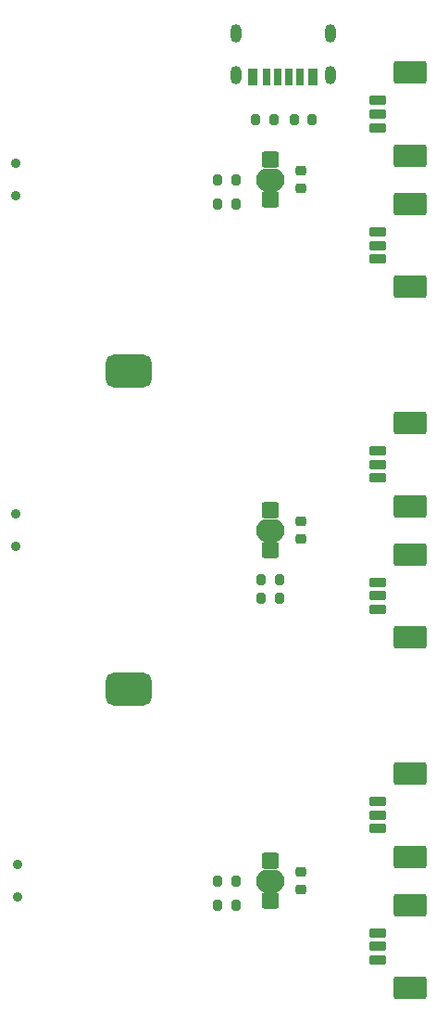
<source format=gbr>
%TF.GenerationSoftware,KiCad,Pcbnew,7.0.8*%
%TF.CreationDate,2024-03-13T10:59:52-04:00*%
%TF.ProjectId,INPUT,494e5055-542e-46b6-9963-61645f706362,rev?*%
%TF.SameCoordinates,Original*%
%TF.FileFunction,Soldermask,Top*%
%TF.FilePolarity,Negative*%
%FSLAX46Y46*%
G04 Gerber Fmt 4.6, Leading zero omitted, Abs format (unit mm)*
G04 Created by KiCad (PCBNEW 7.0.8) date 2024-03-13 10:59:52*
%MOMM*%
%LPD*%
G01*
G04 APERTURE LIST*
G04 Aperture macros list*
%AMRoundRect*
0 Rectangle with rounded corners*
0 $1 Rounding radius*
0 $2 $3 $4 $5 $6 $7 $8 $9 X,Y pos of 4 corners*
0 Add a 4 corners polygon primitive as box body*
4,1,4,$2,$3,$4,$5,$6,$7,$8,$9,$2,$3,0*
0 Add four circle primitives for the rounded corners*
1,1,$1+$1,$2,$3*
1,1,$1+$1,$4,$5*
1,1,$1+$1,$6,$7*
1,1,$1+$1,$8,$9*
0 Add four rect primitives between the rounded corners*
20,1,$1+$1,$2,$3,$4,$5,0*
20,1,$1+$1,$4,$5,$6,$7,0*
20,1,$1+$1,$6,$7,$8,$9,0*
20,1,$1+$1,$8,$9,$2,$3,0*%
G04 Aperture macros list end*
%ADD10RoundRect,0.200000X-0.200000X-0.275000X0.200000X-0.275000X0.200000X0.275000X-0.200000X0.275000X0*%
%ADD11O,2.600000X2.100000*%
%ADD12RoundRect,0.300000X-0.500000X0.450000X-0.500000X-0.450000X0.500000X-0.450000X0.500000X0.450000X0*%
%ADD13RoundRect,0.750000X1.350000X-0.750000X1.350000X0.750000X-1.350000X0.750000X-1.350000X-0.750000X0*%
%ADD14RoundRect,0.200000X0.600000X-0.200000X0.600000X0.200000X-0.600000X0.200000X-0.600000X-0.200000X0*%
%ADD15RoundRect,0.250001X1.249998X-0.799999X1.249998X0.799999X-1.249998X0.799999X-1.249998X-0.799999X0*%
%ADD16RoundRect,0.225000X0.250000X-0.225000X0.250000X0.225000X-0.250000X0.225000X-0.250000X-0.225000X0*%
%ADD17RoundRect,0.200000X0.200000X0.275000X-0.200000X0.275000X-0.200000X-0.275000X0.200000X-0.275000X0*%
%ADD18R,0.700000X1.600000*%
%ADD19R,0.800000X1.600000*%
%ADD20R,0.900000X1.600000*%
%ADD21O,1.000000X1.700000*%
%ADD22C,0.900000*%
G04 APERTURE END LIST*
D10*
%TO.C,R5*%
X20175001Y-18249999D03*
X21825001Y-18249999D03*
%TD*%
D11*
%TO.C,D1*%
X25000000Y-80000000D03*
D12*
X25000000Y-78200000D03*
X25000000Y-81800000D03*
%TD*%
D13*
%TO.C,BT1*%
X12000000Y-33500000D03*
X12000000Y-62500000D03*
%TD*%
D10*
%TO.C,R3*%
X24175000Y-54250000D03*
X25825000Y-54250000D03*
%TD*%
D14*
%TO.C,J4*%
X34850000Y-55250000D03*
X34850000Y-54000000D03*
X34850000Y-52750000D03*
D15*
X37749988Y-50200001D03*
X37749988Y-57800011D03*
%TD*%
D10*
%TO.C,R6*%
X20175000Y-16000000D03*
X21825000Y-16000000D03*
%TD*%
D16*
%TO.C,C1*%
X27750000Y-80775000D03*
X27750000Y-79225000D03*
%TD*%
D17*
%TO.C,R8*%
X28825000Y-10500000D03*
X27175000Y-10500000D03*
%TD*%
D14*
%TO.C,J6*%
X34850000Y-23250000D03*
X34850000Y-22000000D03*
X34850000Y-20750000D03*
D15*
X37749988Y-25799999D03*
X37749988Y-18199999D03*
%TD*%
D10*
%TO.C,R1*%
X20175000Y-82250000D03*
X21825000Y-82250000D03*
%TD*%
D14*
%TO.C,J3*%
X34850000Y-43250000D03*
X34850000Y-42000000D03*
X34850000Y-40750000D03*
D15*
X37749988Y-45800010D03*
X37749988Y-38200000D03*
%TD*%
D11*
%TO.C,D3*%
X25000001Y-16000001D03*
D12*
X25000001Y-14200001D03*
X25000001Y-17800001D03*
%TD*%
D18*
%TO.C,P1*%
X26662000Y-6667000D03*
D19*
X24642000Y-6667000D03*
D20*
X23412000Y-6667000D03*
D18*
X25662000Y-6667000D03*
D19*
X27682000Y-6667000D03*
D20*
X28912000Y-6667000D03*
D21*
X30482000Y-6467000D03*
X21842000Y-6467000D03*
X21842000Y-2667000D03*
X30482000Y-2667000D03*
%TD*%
D14*
%TO.C,J1*%
X34850000Y-75250000D03*
X34850000Y-74000000D03*
X34850000Y-72750000D03*
D15*
X37749988Y-70200012D03*
X37749988Y-77799997D03*
%TD*%
D16*
%TO.C,C3*%
X27750000Y-16775000D03*
X27750000Y-15225000D03*
%TD*%
D10*
%TO.C,R4*%
X24175000Y-52500000D03*
X25825000Y-52500000D03*
%TD*%
D14*
%TO.C,J2*%
X34850000Y-87250000D03*
X34850000Y-86000000D03*
X34850000Y-84750000D03*
D15*
X37749988Y-82199988D03*
X37749988Y-89799998D03*
%TD*%
D10*
%TO.C,R2*%
X20175000Y-80000000D03*
X21825000Y-80000000D03*
%TD*%
D14*
%TO.C,J5*%
X34850000Y-11250000D03*
X34850000Y-10000000D03*
X34850000Y-8750000D03*
D15*
X37749988Y-6200000D03*
X37749988Y-13800000D03*
%TD*%
D10*
%TO.C,R7*%
X23675000Y-10500000D03*
X25325000Y-10500000D03*
%TD*%
D11*
%TO.C,D2*%
X25000000Y-48000000D03*
D12*
X25000000Y-46200000D03*
X25000000Y-49800000D03*
%TD*%
D16*
%TO.C,C2*%
X27750000Y-48775000D03*
X27750000Y-47225000D03*
%TD*%
D22*
%TO.C,SW1*%
X1895000Y-81500000D03*
X1895000Y-78500000D03*
%TD*%
%TO.C,SW3*%
X1670000Y-14500000D03*
X1670000Y-17500000D03*
%TD*%
%TO.C,SW2*%
X1670000Y-46500000D03*
X1670000Y-49500000D03*
%TD*%
M02*

</source>
